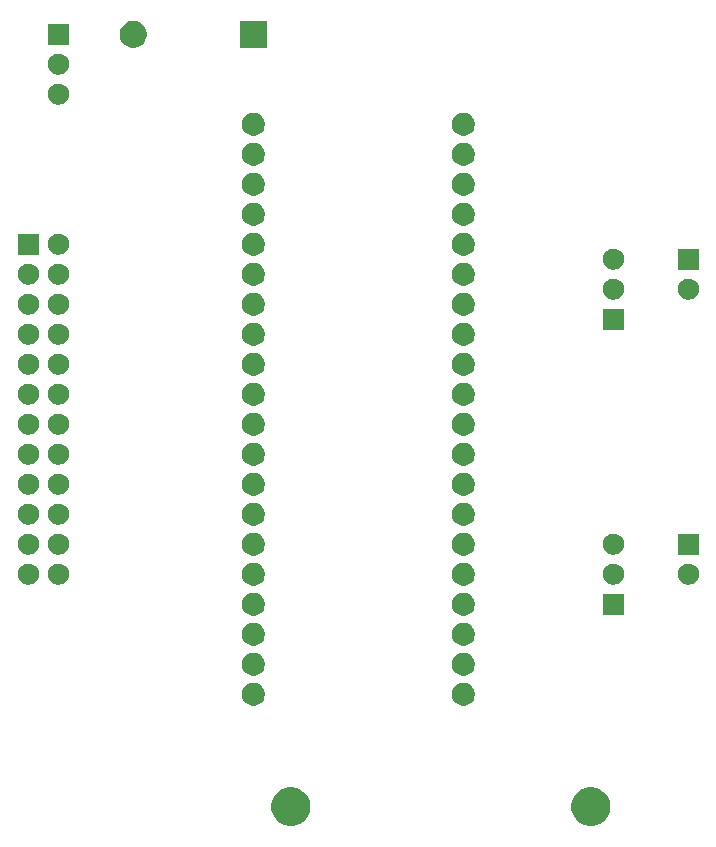
<source format=gbr>
%TF.GenerationSoftware,KiCad,Pcbnew,(5.1.6-0-10_14)*%
%TF.CreationDate,2022-08-31T19:30:09-05:00*%
%TF.ProjectId,pico_controller1,7069636f-5f63-46f6-9e74-726f6c6c6572,V01*%
%TF.SameCoordinates,Original*%
%TF.FileFunction,Soldermask,Bot*%
%TF.FilePolarity,Negative*%
%FSLAX46Y46*%
G04 Gerber Fmt 4.6, Leading zero omitted, Abs format (unit mm)*
G04 Created by KiCad (PCBNEW (5.1.6-0-10_14)) date 2022-08-31 19:30:09*
%MOMM*%
%LPD*%
G01*
G04 APERTURE LIST*
%ADD10C,0.100000*%
G04 APERTURE END LIST*
D10*
G36*
X195426521Y-128587639D02*
G01*
X195726947Y-128712080D01*
X195997324Y-128892740D01*
X196227260Y-129122676D01*
X196407920Y-129393053D01*
X196532361Y-129693479D01*
X196595800Y-130012410D01*
X196595800Y-130337590D01*
X196532361Y-130656521D01*
X196407920Y-130956947D01*
X196227260Y-131227324D01*
X195997324Y-131457260D01*
X195726947Y-131637920D01*
X195426521Y-131762361D01*
X195107590Y-131825800D01*
X194782410Y-131825800D01*
X194463479Y-131762361D01*
X194163053Y-131637920D01*
X193892676Y-131457260D01*
X193662740Y-131227324D01*
X193482080Y-130956947D01*
X193357639Y-130656521D01*
X193294200Y-130337590D01*
X193294200Y-130012410D01*
X193357639Y-129693479D01*
X193482080Y-129393053D01*
X193662740Y-129122676D01*
X193892676Y-128892740D01*
X194163053Y-128712080D01*
X194463479Y-128587639D01*
X194782410Y-128524200D01*
X195107590Y-128524200D01*
X195426521Y-128587639D01*
G37*
G36*
X170026521Y-128587639D02*
G01*
X170326947Y-128712080D01*
X170597324Y-128892740D01*
X170827260Y-129122676D01*
X171007920Y-129393053D01*
X171132361Y-129693479D01*
X171195800Y-130012410D01*
X171195800Y-130337590D01*
X171132361Y-130656521D01*
X171007920Y-130956947D01*
X170827260Y-131227324D01*
X170597324Y-131457260D01*
X170326947Y-131637920D01*
X170026521Y-131762361D01*
X169707590Y-131825800D01*
X169382410Y-131825800D01*
X169063479Y-131762361D01*
X168763053Y-131637920D01*
X168492676Y-131457260D01*
X168262740Y-131227324D01*
X168082080Y-130956947D01*
X167957639Y-130656521D01*
X167894200Y-130337590D01*
X167894200Y-130012410D01*
X167957639Y-129693479D01*
X168082080Y-129393053D01*
X168262740Y-129122676D01*
X168492676Y-128892740D01*
X168763053Y-128712080D01*
X169063479Y-128587639D01*
X169382410Y-128524200D01*
X169707590Y-128524200D01*
X170026521Y-128587639D01*
G37*
G36*
X184434631Y-119711700D02*
G01*
X184612215Y-119785257D01*
X184772038Y-119892048D01*
X184907952Y-120027962D01*
X185014743Y-120187785D01*
X185088300Y-120365369D01*
X185125800Y-120553892D01*
X185125800Y-120746108D01*
X185088300Y-120934631D01*
X185014743Y-121112215D01*
X184907952Y-121272038D01*
X184772038Y-121407952D01*
X184612215Y-121514743D01*
X184434631Y-121588300D01*
X184246108Y-121625800D01*
X184053892Y-121625800D01*
X183865369Y-121588300D01*
X183687785Y-121514743D01*
X183527962Y-121407952D01*
X183392048Y-121272038D01*
X183285257Y-121112215D01*
X183211700Y-120934631D01*
X183174200Y-120746108D01*
X183174200Y-120553892D01*
X183211700Y-120365369D01*
X183285257Y-120187785D01*
X183392048Y-120027962D01*
X183527962Y-119892048D01*
X183687785Y-119785257D01*
X183865369Y-119711700D01*
X184053892Y-119674200D01*
X184246108Y-119674200D01*
X184434631Y-119711700D01*
G37*
G36*
X166654631Y-119711700D02*
G01*
X166832215Y-119785257D01*
X166992038Y-119892048D01*
X167127952Y-120027962D01*
X167234743Y-120187785D01*
X167308300Y-120365369D01*
X167345800Y-120553892D01*
X167345800Y-120746108D01*
X167308300Y-120934631D01*
X167234743Y-121112215D01*
X167127952Y-121272038D01*
X166992038Y-121407952D01*
X166832215Y-121514743D01*
X166654631Y-121588300D01*
X166466108Y-121625800D01*
X166273892Y-121625800D01*
X166085369Y-121588300D01*
X165907785Y-121514743D01*
X165747962Y-121407952D01*
X165612048Y-121272038D01*
X165505257Y-121112215D01*
X165431700Y-120934631D01*
X165394200Y-120746108D01*
X165394200Y-120553892D01*
X165431700Y-120365369D01*
X165505257Y-120187785D01*
X165612048Y-120027962D01*
X165747962Y-119892048D01*
X165907785Y-119785257D01*
X166085369Y-119711700D01*
X166273892Y-119674200D01*
X166466108Y-119674200D01*
X166654631Y-119711700D01*
G37*
G36*
X184434631Y-117171700D02*
G01*
X184612215Y-117245257D01*
X184772038Y-117352048D01*
X184907952Y-117487962D01*
X185014743Y-117647785D01*
X185088300Y-117825369D01*
X185125800Y-118013892D01*
X185125800Y-118206108D01*
X185088300Y-118394631D01*
X185014743Y-118572215D01*
X184907952Y-118732038D01*
X184772038Y-118867952D01*
X184612215Y-118974743D01*
X184434631Y-119048300D01*
X184246108Y-119085800D01*
X184053892Y-119085800D01*
X183865369Y-119048300D01*
X183687785Y-118974743D01*
X183527962Y-118867952D01*
X183392048Y-118732038D01*
X183285257Y-118572215D01*
X183211700Y-118394631D01*
X183174200Y-118206108D01*
X183174200Y-118013892D01*
X183211700Y-117825369D01*
X183285257Y-117647785D01*
X183392048Y-117487962D01*
X183527962Y-117352048D01*
X183687785Y-117245257D01*
X183865369Y-117171700D01*
X184053892Y-117134200D01*
X184246108Y-117134200D01*
X184434631Y-117171700D01*
G37*
G36*
X166654631Y-117171700D02*
G01*
X166832215Y-117245257D01*
X166992038Y-117352048D01*
X167127952Y-117487962D01*
X167234743Y-117647785D01*
X167308300Y-117825369D01*
X167345800Y-118013892D01*
X167345800Y-118206108D01*
X167308300Y-118394631D01*
X167234743Y-118572215D01*
X167127952Y-118732038D01*
X166992038Y-118867952D01*
X166832215Y-118974743D01*
X166654631Y-119048300D01*
X166466108Y-119085800D01*
X166273892Y-119085800D01*
X166085369Y-119048300D01*
X165907785Y-118974743D01*
X165747962Y-118867952D01*
X165612048Y-118732038D01*
X165505257Y-118572215D01*
X165431700Y-118394631D01*
X165394200Y-118206108D01*
X165394200Y-118013892D01*
X165431700Y-117825369D01*
X165505257Y-117647785D01*
X165612048Y-117487962D01*
X165747962Y-117352048D01*
X165907785Y-117245257D01*
X166085369Y-117171700D01*
X166273892Y-117134200D01*
X166466108Y-117134200D01*
X166654631Y-117171700D01*
G37*
G36*
X184434631Y-114631700D02*
G01*
X184612215Y-114705257D01*
X184772038Y-114812048D01*
X184907952Y-114947962D01*
X185014743Y-115107785D01*
X185088300Y-115285369D01*
X185125800Y-115473892D01*
X185125800Y-115666108D01*
X185088300Y-115854631D01*
X185014743Y-116032215D01*
X184907952Y-116192038D01*
X184772038Y-116327952D01*
X184612215Y-116434743D01*
X184434631Y-116508300D01*
X184246108Y-116545800D01*
X184053892Y-116545800D01*
X183865369Y-116508300D01*
X183687785Y-116434743D01*
X183527962Y-116327952D01*
X183392048Y-116192038D01*
X183285257Y-116032215D01*
X183211700Y-115854631D01*
X183174200Y-115666108D01*
X183174200Y-115473892D01*
X183211700Y-115285369D01*
X183285257Y-115107785D01*
X183392048Y-114947962D01*
X183527962Y-114812048D01*
X183687785Y-114705257D01*
X183865369Y-114631700D01*
X184053892Y-114594200D01*
X184246108Y-114594200D01*
X184434631Y-114631700D01*
G37*
G36*
X166654631Y-114631700D02*
G01*
X166832215Y-114705257D01*
X166992038Y-114812048D01*
X167127952Y-114947962D01*
X167234743Y-115107785D01*
X167308300Y-115285369D01*
X167345800Y-115473892D01*
X167345800Y-115666108D01*
X167308300Y-115854631D01*
X167234743Y-116032215D01*
X167127952Y-116192038D01*
X166992038Y-116327952D01*
X166832215Y-116434743D01*
X166654631Y-116508300D01*
X166466108Y-116545800D01*
X166273892Y-116545800D01*
X166085369Y-116508300D01*
X165907785Y-116434743D01*
X165747962Y-116327952D01*
X165612048Y-116192038D01*
X165505257Y-116032215D01*
X165431700Y-115854631D01*
X165394200Y-115666108D01*
X165394200Y-115473892D01*
X165431700Y-115285369D01*
X165505257Y-115107785D01*
X165612048Y-114947962D01*
X165747962Y-114812048D01*
X165907785Y-114705257D01*
X166085369Y-114631700D01*
X166273892Y-114594200D01*
X166466108Y-114594200D01*
X166654631Y-114631700D01*
G37*
G36*
X184434631Y-112091700D02*
G01*
X184612215Y-112165257D01*
X184772038Y-112272048D01*
X184907952Y-112407962D01*
X185014743Y-112567785D01*
X185088300Y-112745369D01*
X185125800Y-112933892D01*
X185125800Y-113126108D01*
X185088300Y-113314631D01*
X185014743Y-113492215D01*
X184907952Y-113652038D01*
X184772038Y-113787952D01*
X184612215Y-113894743D01*
X184434631Y-113968300D01*
X184246108Y-114005800D01*
X184053892Y-114005800D01*
X183865369Y-113968300D01*
X183687785Y-113894743D01*
X183527962Y-113787952D01*
X183392048Y-113652038D01*
X183285257Y-113492215D01*
X183211700Y-113314631D01*
X183174200Y-113126108D01*
X183174200Y-112933892D01*
X183211700Y-112745369D01*
X183285257Y-112567785D01*
X183392048Y-112407962D01*
X183527962Y-112272048D01*
X183687785Y-112165257D01*
X183865369Y-112091700D01*
X184053892Y-112054200D01*
X184246108Y-112054200D01*
X184434631Y-112091700D01*
G37*
G36*
X166654631Y-112091700D02*
G01*
X166832215Y-112165257D01*
X166992038Y-112272048D01*
X167127952Y-112407962D01*
X167234743Y-112567785D01*
X167308300Y-112745369D01*
X167345800Y-112933892D01*
X167345800Y-113126108D01*
X167308300Y-113314631D01*
X167234743Y-113492215D01*
X167127952Y-113652038D01*
X166992038Y-113787952D01*
X166832215Y-113894743D01*
X166654631Y-113968300D01*
X166466108Y-114005800D01*
X166273892Y-114005800D01*
X166085369Y-113968300D01*
X165907785Y-113894743D01*
X165747962Y-113787952D01*
X165612048Y-113652038D01*
X165505257Y-113492215D01*
X165431700Y-113314631D01*
X165394200Y-113126108D01*
X165394200Y-112933892D01*
X165431700Y-112745369D01*
X165505257Y-112567785D01*
X165612048Y-112407962D01*
X165747962Y-112272048D01*
X165907785Y-112165257D01*
X166085369Y-112091700D01*
X166273892Y-112054200D01*
X166466108Y-112054200D01*
X166654631Y-112091700D01*
G37*
G36*
X197750800Y-113930800D02*
G01*
X195949200Y-113930800D01*
X195949200Y-112129200D01*
X197750800Y-112129200D01*
X197750800Y-113930800D01*
G37*
G36*
X184434631Y-109551700D02*
G01*
X184612215Y-109625257D01*
X184772038Y-109732048D01*
X184907952Y-109867962D01*
X185014743Y-110027785D01*
X185088300Y-110205369D01*
X185125800Y-110393892D01*
X185125800Y-110586108D01*
X185088300Y-110774631D01*
X185014743Y-110952215D01*
X184907952Y-111112038D01*
X184772038Y-111247952D01*
X184612215Y-111354743D01*
X184434631Y-111428300D01*
X184246108Y-111465800D01*
X184053892Y-111465800D01*
X183865369Y-111428300D01*
X183687785Y-111354743D01*
X183527962Y-111247952D01*
X183392048Y-111112038D01*
X183285257Y-110952215D01*
X183211700Y-110774631D01*
X183174200Y-110586108D01*
X183174200Y-110393892D01*
X183211700Y-110205369D01*
X183285257Y-110027785D01*
X183392048Y-109867962D01*
X183527962Y-109732048D01*
X183687785Y-109625257D01*
X183865369Y-109551700D01*
X184053892Y-109514200D01*
X184246108Y-109514200D01*
X184434631Y-109551700D01*
G37*
G36*
X166654631Y-109551700D02*
G01*
X166832215Y-109625257D01*
X166992038Y-109732048D01*
X167127952Y-109867962D01*
X167234743Y-110027785D01*
X167308300Y-110205369D01*
X167345800Y-110393892D01*
X167345800Y-110586108D01*
X167308300Y-110774631D01*
X167234743Y-110952215D01*
X167127952Y-111112038D01*
X166992038Y-111247952D01*
X166832215Y-111354743D01*
X166654631Y-111428300D01*
X166466108Y-111465800D01*
X166273892Y-111465800D01*
X166085369Y-111428300D01*
X165907785Y-111354743D01*
X165747962Y-111247952D01*
X165612048Y-111112038D01*
X165505257Y-110952215D01*
X165431700Y-110774631D01*
X165394200Y-110586108D01*
X165394200Y-110393892D01*
X165431700Y-110205369D01*
X165505257Y-110027785D01*
X165612048Y-109867962D01*
X165747962Y-109732048D01*
X165907785Y-109625257D01*
X166085369Y-109551700D01*
X166273892Y-109514200D01*
X166466108Y-109514200D01*
X166654631Y-109551700D01*
G37*
G36*
X203462754Y-109623817D02*
G01*
X203626689Y-109691721D01*
X203774227Y-109790303D01*
X203899697Y-109915773D01*
X203998279Y-110063311D01*
X204066183Y-110227246D01*
X204100800Y-110401279D01*
X204100800Y-110578721D01*
X204066183Y-110752754D01*
X203998279Y-110916689D01*
X203899697Y-111064227D01*
X203774227Y-111189697D01*
X203626689Y-111288279D01*
X203462754Y-111356183D01*
X203288721Y-111390800D01*
X203111279Y-111390800D01*
X202937246Y-111356183D01*
X202773311Y-111288279D01*
X202625773Y-111189697D01*
X202500303Y-111064227D01*
X202401721Y-110916689D01*
X202333817Y-110752754D01*
X202299200Y-110578721D01*
X202299200Y-110401279D01*
X202333817Y-110227246D01*
X202401721Y-110063311D01*
X202500303Y-109915773D01*
X202625773Y-109790303D01*
X202773311Y-109691721D01*
X202937246Y-109623817D01*
X203111279Y-109589200D01*
X203288721Y-109589200D01*
X203462754Y-109623817D01*
G37*
G36*
X197112754Y-109623817D02*
G01*
X197276689Y-109691721D01*
X197424227Y-109790303D01*
X197549697Y-109915773D01*
X197648279Y-110063311D01*
X197716183Y-110227246D01*
X197750800Y-110401279D01*
X197750800Y-110578721D01*
X197716183Y-110752754D01*
X197648279Y-110916689D01*
X197549697Y-111064227D01*
X197424227Y-111189697D01*
X197276689Y-111288279D01*
X197112754Y-111356183D01*
X196938721Y-111390800D01*
X196761279Y-111390800D01*
X196587246Y-111356183D01*
X196423311Y-111288279D01*
X196275773Y-111189697D01*
X196150303Y-111064227D01*
X196051721Y-110916689D01*
X195983817Y-110752754D01*
X195949200Y-110578721D01*
X195949200Y-110401279D01*
X195983817Y-110227246D01*
X196051721Y-110063311D01*
X196150303Y-109915773D01*
X196275773Y-109790303D01*
X196423311Y-109691721D01*
X196587246Y-109623817D01*
X196761279Y-109589200D01*
X196938721Y-109589200D01*
X197112754Y-109623817D01*
G37*
G36*
X150122754Y-109623817D02*
G01*
X150286689Y-109691721D01*
X150434227Y-109790303D01*
X150559697Y-109915773D01*
X150658279Y-110063311D01*
X150726183Y-110227246D01*
X150760800Y-110401279D01*
X150760800Y-110578721D01*
X150726183Y-110752754D01*
X150658279Y-110916689D01*
X150559697Y-111064227D01*
X150434227Y-111189697D01*
X150286689Y-111288279D01*
X150122754Y-111356183D01*
X149948721Y-111390800D01*
X149771279Y-111390800D01*
X149597246Y-111356183D01*
X149433311Y-111288279D01*
X149285773Y-111189697D01*
X149160303Y-111064227D01*
X149061721Y-110916689D01*
X148993817Y-110752754D01*
X148959200Y-110578721D01*
X148959200Y-110401279D01*
X148993817Y-110227246D01*
X149061721Y-110063311D01*
X149160303Y-109915773D01*
X149285773Y-109790303D01*
X149433311Y-109691721D01*
X149597246Y-109623817D01*
X149771279Y-109589200D01*
X149948721Y-109589200D01*
X150122754Y-109623817D01*
G37*
G36*
X147582754Y-109623817D02*
G01*
X147746689Y-109691721D01*
X147894227Y-109790303D01*
X148019697Y-109915773D01*
X148118279Y-110063311D01*
X148186183Y-110227246D01*
X148220800Y-110401279D01*
X148220800Y-110578721D01*
X148186183Y-110752754D01*
X148118279Y-110916689D01*
X148019697Y-111064227D01*
X147894227Y-111189697D01*
X147746689Y-111288279D01*
X147582754Y-111356183D01*
X147408721Y-111390800D01*
X147231279Y-111390800D01*
X147057246Y-111356183D01*
X146893311Y-111288279D01*
X146745773Y-111189697D01*
X146620303Y-111064227D01*
X146521721Y-110916689D01*
X146453817Y-110752754D01*
X146419200Y-110578721D01*
X146419200Y-110401279D01*
X146453817Y-110227246D01*
X146521721Y-110063311D01*
X146620303Y-109915773D01*
X146745773Y-109790303D01*
X146893311Y-109691721D01*
X147057246Y-109623817D01*
X147231279Y-109589200D01*
X147408721Y-109589200D01*
X147582754Y-109623817D01*
G37*
G36*
X184434631Y-107011700D02*
G01*
X184612215Y-107085257D01*
X184772038Y-107192048D01*
X184907952Y-107327962D01*
X185014743Y-107487785D01*
X185088300Y-107665369D01*
X185125800Y-107853892D01*
X185125800Y-108046108D01*
X185088300Y-108234631D01*
X185014743Y-108412215D01*
X184907952Y-108572038D01*
X184772038Y-108707952D01*
X184612215Y-108814743D01*
X184434631Y-108888300D01*
X184246108Y-108925800D01*
X184053892Y-108925800D01*
X183865369Y-108888300D01*
X183687785Y-108814743D01*
X183527962Y-108707952D01*
X183392048Y-108572038D01*
X183285257Y-108412215D01*
X183211700Y-108234631D01*
X183174200Y-108046108D01*
X183174200Y-107853892D01*
X183211700Y-107665369D01*
X183285257Y-107487785D01*
X183392048Y-107327962D01*
X183527962Y-107192048D01*
X183687785Y-107085257D01*
X183865369Y-107011700D01*
X184053892Y-106974200D01*
X184246108Y-106974200D01*
X184434631Y-107011700D01*
G37*
G36*
X166654631Y-107011700D02*
G01*
X166832215Y-107085257D01*
X166992038Y-107192048D01*
X167127952Y-107327962D01*
X167234743Y-107487785D01*
X167308300Y-107665369D01*
X167345800Y-107853892D01*
X167345800Y-108046108D01*
X167308300Y-108234631D01*
X167234743Y-108412215D01*
X167127952Y-108572038D01*
X166992038Y-108707952D01*
X166832215Y-108814743D01*
X166654631Y-108888300D01*
X166466108Y-108925800D01*
X166273892Y-108925800D01*
X166085369Y-108888300D01*
X165907785Y-108814743D01*
X165747962Y-108707952D01*
X165612048Y-108572038D01*
X165505257Y-108412215D01*
X165431700Y-108234631D01*
X165394200Y-108046108D01*
X165394200Y-107853892D01*
X165431700Y-107665369D01*
X165505257Y-107487785D01*
X165612048Y-107327962D01*
X165747962Y-107192048D01*
X165907785Y-107085257D01*
X166085369Y-107011700D01*
X166273892Y-106974200D01*
X166466108Y-106974200D01*
X166654631Y-107011700D01*
G37*
G36*
X147582754Y-107083817D02*
G01*
X147746689Y-107151721D01*
X147894227Y-107250303D01*
X148019697Y-107375773D01*
X148118279Y-107523311D01*
X148186183Y-107687246D01*
X148220800Y-107861279D01*
X148220800Y-108038721D01*
X148186183Y-108212754D01*
X148118279Y-108376689D01*
X148019697Y-108524227D01*
X147894227Y-108649697D01*
X147746689Y-108748279D01*
X147582754Y-108816183D01*
X147408721Y-108850800D01*
X147231279Y-108850800D01*
X147057246Y-108816183D01*
X146893311Y-108748279D01*
X146745773Y-108649697D01*
X146620303Y-108524227D01*
X146521721Y-108376689D01*
X146453817Y-108212754D01*
X146419200Y-108038721D01*
X146419200Y-107861279D01*
X146453817Y-107687246D01*
X146521721Y-107523311D01*
X146620303Y-107375773D01*
X146745773Y-107250303D01*
X146893311Y-107151721D01*
X147057246Y-107083817D01*
X147231279Y-107049200D01*
X147408721Y-107049200D01*
X147582754Y-107083817D01*
G37*
G36*
X150122754Y-107083817D02*
G01*
X150286689Y-107151721D01*
X150434227Y-107250303D01*
X150559697Y-107375773D01*
X150658279Y-107523311D01*
X150726183Y-107687246D01*
X150760800Y-107861279D01*
X150760800Y-108038721D01*
X150726183Y-108212754D01*
X150658279Y-108376689D01*
X150559697Y-108524227D01*
X150434227Y-108649697D01*
X150286689Y-108748279D01*
X150122754Y-108816183D01*
X149948721Y-108850800D01*
X149771279Y-108850800D01*
X149597246Y-108816183D01*
X149433311Y-108748279D01*
X149285773Y-108649697D01*
X149160303Y-108524227D01*
X149061721Y-108376689D01*
X148993817Y-108212754D01*
X148959200Y-108038721D01*
X148959200Y-107861279D01*
X148993817Y-107687246D01*
X149061721Y-107523311D01*
X149160303Y-107375773D01*
X149285773Y-107250303D01*
X149433311Y-107151721D01*
X149597246Y-107083817D01*
X149771279Y-107049200D01*
X149948721Y-107049200D01*
X150122754Y-107083817D01*
G37*
G36*
X197112754Y-107083817D02*
G01*
X197276689Y-107151721D01*
X197424227Y-107250303D01*
X197549697Y-107375773D01*
X197648279Y-107523311D01*
X197716183Y-107687246D01*
X197750800Y-107861279D01*
X197750800Y-108038721D01*
X197716183Y-108212754D01*
X197648279Y-108376689D01*
X197549697Y-108524227D01*
X197424227Y-108649697D01*
X197276689Y-108748279D01*
X197112754Y-108816183D01*
X196938721Y-108850800D01*
X196761279Y-108850800D01*
X196587246Y-108816183D01*
X196423311Y-108748279D01*
X196275773Y-108649697D01*
X196150303Y-108524227D01*
X196051721Y-108376689D01*
X195983817Y-108212754D01*
X195949200Y-108038721D01*
X195949200Y-107861279D01*
X195983817Y-107687246D01*
X196051721Y-107523311D01*
X196150303Y-107375773D01*
X196275773Y-107250303D01*
X196423311Y-107151721D01*
X196587246Y-107083817D01*
X196761279Y-107049200D01*
X196938721Y-107049200D01*
X197112754Y-107083817D01*
G37*
G36*
X204100800Y-108850800D02*
G01*
X202299200Y-108850800D01*
X202299200Y-107049200D01*
X204100800Y-107049200D01*
X204100800Y-108850800D01*
G37*
G36*
X166654631Y-104471700D02*
G01*
X166832215Y-104545257D01*
X166992038Y-104652048D01*
X167127952Y-104787962D01*
X167234743Y-104947785D01*
X167308300Y-105125369D01*
X167345800Y-105313892D01*
X167345800Y-105506108D01*
X167308300Y-105694631D01*
X167234743Y-105872215D01*
X167127952Y-106032038D01*
X166992038Y-106167952D01*
X166832215Y-106274743D01*
X166654631Y-106348300D01*
X166466108Y-106385800D01*
X166273892Y-106385800D01*
X166085369Y-106348300D01*
X165907785Y-106274743D01*
X165747962Y-106167952D01*
X165612048Y-106032038D01*
X165505257Y-105872215D01*
X165431700Y-105694631D01*
X165394200Y-105506108D01*
X165394200Y-105313892D01*
X165431700Y-105125369D01*
X165505257Y-104947785D01*
X165612048Y-104787962D01*
X165747962Y-104652048D01*
X165907785Y-104545257D01*
X166085369Y-104471700D01*
X166273892Y-104434200D01*
X166466108Y-104434200D01*
X166654631Y-104471700D01*
G37*
G36*
X184434631Y-104471700D02*
G01*
X184612215Y-104545257D01*
X184772038Y-104652048D01*
X184907952Y-104787962D01*
X185014743Y-104947785D01*
X185088300Y-105125369D01*
X185125800Y-105313892D01*
X185125800Y-105506108D01*
X185088300Y-105694631D01*
X185014743Y-105872215D01*
X184907952Y-106032038D01*
X184772038Y-106167952D01*
X184612215Y-106274743D01*
X184434631Y-106348300D01*
X184246108Y-106385800D01*
X184053892Y-106385800D01*
X183865369Y-106348300D01*
X183687785Y-106274743D01*
X183527962Y-106167952D01*
X183392048Y-106032038D01*
X183285257Y-105872215D01*
X183211700Y-105694631D01*
X183174200Y-105506108D01*
X183174200Y-105313892D01*
X183211700Y-105125369D01*
X183285257Y-104947785D01*
X183392048Y-104787962D01*
X183527962Y-104652048D01*
X183687785Y-104545257D01*
X183865369Y-104471700D01*
X184053892Y-104434200D01*
X184246108Y-104434200D01*
X184434631Y-104471700D01*
G37*
G36*
X150122754Y-104543817D02*
G01*
X150286689Y-104611721D01*
X150434227Y-104710303D01*
X150559697Y-104835773D01*
X150658279Y-104983311D01*
X150726183Y-105147246D01*
X150760800Y-105321279D01*
X150760800Y-105498721D01*
X150726183Y-105672754D01*
X150658279Y-105836689D01*
X150559697Y-105984227D01*
X150434227Y-106109697D01*
X150286689Y-106208279D01*
X150122754Y-106276183D01*
X149948721Y-106310800D01*
X149771279Y-106310800D01*
X149597246Y-106276183D01*
X149433311Y-106208279D01*
X149285773Y-106109697D01*
X149160303Y-105984227D01*
X149061721Y-105836689D01*
X148993817Y-105672754D01*
X148959200Y-105498721D01*
X148959200Y-105321279D01*
X148993817Y-105147246D01*
X149061721Y-104983311D01*
X149160303Y-104835773D01*
X149285773Y-104710303D01*
X149433311Y-104611721D01*
X149597246Y-104543817D01*
X149771279Y-104509200D01*
X149948721Y-104509200D01*
X150122754Y-104543817D01*
G37*
G36*
X147582754Y-104543817D02*
G01*
X147746689Y-104611721D01*
X147894227Y-104710303D01*
X148019697Y-104835773D01*
X148118279Y-104983311D01*
X148186183Y-105147246D01*
X148220800Y-105321279D01*
X148220800Y-105498721D01*
X148186183Y-105672754D01*
X148118279Y-105836689D01*
X148019697Y-105984227D01*
X147894227Y-106109697D01*
X147746689Y-106208279D01*
X147582754Y-106276183D01*
X147408721Y-106310800D01*
X147231279Y-106310800D01*
X147057246Y-106276183D01*
X146893311Y-106208279D01*
X146745773Y-106109697D01*
X146620303Y-105984227D01*
X146521721Y-105836689D01*
X146453817Y-105672754D01*
X146419200Y-105498721D01*
X146419200Y-105321279D01*
X146453817Y-105147246D01*
X146521721Y-104983311D01*
X146620303Y-104835773D01*
X146745773Y-104710303D01*
X146893311Y-104611721D01*
X147057246Y-104543817D01*
X147231279Y-104509200D01*
X147408721Y-104509200D01*
X147582754Y-104543817D01*
G37*
G36*
X166654631Y-101931700D02*
G01*
X166832215Y-102005257D01*
X166992038Y-102112048D01*
X167127952Y-102247962D01*
X167234743Y-102407785D01*
X167308300Y-102585369D01*
X167345800Y-102773892D01*
X167345800Y-102966108D01*
X167308300Y-103154631D01*
X167234743Y-103332215D01*
X167127952Y-103492038D01*
X166992038Y-103627952D01*
X166832215Y-103734743D01*
X166654631Y-103808300D01*
X166466108Y-103845800D01*
X166273892Y-103845800D01*
X166085369Y-103808300D01*
X165907785Y-103734743D01*
X165747962Y-103627952D01*
X165612048Y-103492038D01*
X165505257Y-103332215D01*
X165431700Y-103154631D01*
X165394200Y-102966108D01*
X165394200Y-102773892D01*
X165431700Y-102585369D01*
X165505257Y-102407785D01*
X165612048Y-102247962D01*
X165747962Y-102112048D01*
X165907785Y-102005257D01*
X166085369Y-101931700D01*
X166273892Y-101894200D01*
X166466108Y-101894200D01*
X166654631Y-101931700D01*
G37*
G36*
X184434631Y-101931700D02*
G01*
X184612215Y-102005257D01*
X184772038Y-102112048D01*
X184907952Y-102247962D01*
X185014743Y-102407785D01*
X185088300Y-102585369D01*
X185125800Y-102773892D01*
X185125800Y-102966108D01*
X185088300Y-103154631D01*
X185014743Y-103332215D01*
X184907952Y-103492038D01*
X184772038Y-103627952D01*
X184612215Y-103734743D01*
X184434631Y-103808300D01*
X184246108Y-103845800D01*
X184053892Y-103845800D01*
X183865369Y-103808300D01*
X183687785Y-103734743D01*
X183527962Y-103627952D01*
X183392048Y-103492038D01*
X183285257Y-103332215D01*
X183211700Y-103154631D01*
X183174200Y-102966108D01*
X183174200Y-102773892D01*
X183211700Y-102585369D01*
X183285257Y-102407785D01*
X183392048Y-102247962D01*
X183527962Y-102112048D01*
X183687785Y-102005257D01*
X183865369Y-101931700D01*
X184053892Y-101894200D01*
X184246108Y-101894200D01*
X184434631Y-101931700D01*
G37*
G36*
X147582754Y-102003817D02*
G01*
X147746689Y-102071721D01*
X147894227Y-102170303D01*
X148019697Y-102295773D01*
X148118279Y-102443311D01*
X148186183Y-102607246D01*
X148220800Y-102781279D01*
X148220800Y-102958721D01*
X148186183Y-103132754D01*
X148118279Y-103296689D01*
X148019697Y-103444227D01*
X147894227Y-103569697D01*
X147746689Y-103668279D01*
X147582754Y-103736183D01*
X147408721Y-103770800D01*
X147231279Y-103770800D01*
X147057246Y-103736183D01*
X146893311Y-103668279D01*
X146745773Y-103569697D01*
X146620303Y-103444227D01*
X146521721Y-103296689D01*
X146453817Y-103132754D01*
X146419200Y-102958721D01*
X146419200Y-102781279D01*
X146453817Y-102607246D01*
X146521721Y-102443311D01*
X146620303Y-102295773D01*
X146745773Y-102170303D01*
X146893311Y-102071721D01*
X147057246Y-102003817D01*
X147231279Y-101969200D01*
X147408721Y-101969200D01*
X147582754Y-102003817D01*
G37*
G36*
X150122754Y-102003817D02*
G01*
X150286689Y-102071721D01*
X150434227Y-102170303D01*
X150559697Y-102295773D01*
X150658279Y-102443311D01*
X150726183Y-102607246D01*
X150760800Y-102781279D01*
X150760800Y-102958721D01*
X150726183Y-103132754D01*
X150658279Y-103296689D01*
X150559697Y-103444227D01*
X150434227Y-103569697D01*
X150286689Y-103668279D01*
X150122754Y-103736183D01*
X149948721Y-103770800D01*
X149771279Y-103770800D01*
X149597246Y-103736183D01*
X149433311Y-103668279D01*
X149285773Y-103569697D01*
X149160303Y-103444227D01*
X149061721Y-103296689D01*
X148993817Y-103132754D01*
X148959200Y-102958721D01*
X148959200Y-102781279D01*
X148993817Y-102607246D01*
X149061721Y-102443311D01*
X149160303Y-102295773D01*
X149285773Y-102170303D01*
X149433311Y-102071721D01*
X149597246Y-102003817D01*
X149771279Y-101969200D01*
X149948721Y-101969200D01*
X150122754Y-102003817D01*
G37*
G36*
X184434631Y-99391700D02*
G01*
X184612215Y-99465257D01*
X184772038Y-99572048D01*
X184907952Y-99707962D01*
X185014743Y-99867785D01*
X185088300Y-100045369D01*
X185125800Y-100233892D01*
X185125800Y-100426108D01*
X185088300Y-100614631D01*
X185014743Y-100792215D01*
X184907952Y-100952038D01*
X184772038Y-101087952D01*
X184612215Y-101194743D01*
X184434631Y-101268300D01*
X184246108Y-101305800D01*
X184053892Y-101305800D01*
X183865369Y-101268300D01*
X183687785Y-101194743D01*
X183527962Y-101087952D01*
X183392048Y-100952038D01*
X183285257Y-100792215D01*
X183211700Y-100614631D01*
X183174200Y-100426108D01*
X183174200Y-100233892D01*
X183211700Y-100045369D01*
X183285257Y-99867785D01*
X183392048Y-99707962D01*
X183527962Y-99572048D01*
X183687785Y-99465257D01*
X183865369Y-99391700D01*
X184053892Y-99354200D01*
X184246108Y-99354200D01*
X184434631Y-99391700D01*
G37*
G36*
X166654631Y-99391700D02*
G01*
X166832215Y-99465257D01*
X166992038Y-99572048D01*
X167127952Y-99707962D01*
X167234743Y-99867785D01*
X167308300Y-100045369D01*
X167345800Y-100233892D01*
X167345800Y-100426108D01*
X167308300Y-100614631D01*
X167234743Y-100792215D01*
X167127952Y-100952038D01*
X166992038Y-101087952D01*
X166832215Y-101194743D01*
X166654631Y-101268300D01*
X166466108Y-101305800D01*
X166273892Y-101305800D01*
X166085369Y-101268300D01*
X165907785Y-101194743D01*
X165747962Y-101087952D01*
X165612048Y-100952038D01*
X165505257Y-100792215D01*
X165431700Y-100614631D01*
X165394200Y-100426108D01*
X165394200Y-100233892D01*
X165431700Y-100045369D01*
X165505257Y-99867785D01*
X165612048Y-99707962D01*
X165747962Y-99572048D01*
X165907785Y-99465257D01*
X166085369Y-99391700D01*
X166273892Y-99354200D01*
X166466108Y-99354200D01*
X166654631Y-99391700D01*
G37*
G36*
X150122754Y-99463817D02*
G01*
X150286689Y-99531721D01*
X150434227Y-99630303D01*
X150559697Y-99755773D01*
X150658279Y-99903311D01*
X150726183Y-100067246D01*
X150760800Y-100241279D01*
X150760800Y-100418721D01*
X150726183Y-100592754D01*
X150658279Y-100756689D01*
X150559697Y-100904227D01*
X150434227Y-101029697D01*
X150286689Y-101128279D01*
X150122754Y-101196183D01*
X149948721Y-101230800D01*
X149771279Y-101230800D01*
X149597246Y-101196183D01*
X149433311Y-101128279D01*
X149285773Y-101029697D01*
X149160303Y-100904227D01*
X149061721Y-100756689D01*
X148993817Y-100592754D01*
X148959200Y-100418721D01*
X148959200Y-100241279D01*
X148993817Y-100067246D01*
X149061721Y-99903311D01*
X149160303Y-99755773D01*
X149285773Y-99630303D01*
X149433311Y-99531721D01*
X149597246Y-99463817D01*
X149771279Y-99429200D01*
X149948721Y-99429200D01*
X150122754Y-99463817D01*
G37*
G36*
X147582754Y-99463817D02*
G01*
X147746689Y-99531721D01*
X147894227Y-99630303D01*
X148019697Y-99755773D01*
X148118279Y-99903311D01*
X148186183Y-100067246D01*
X148220800Y-100241279D01*
X148220800Y-100418721D01*
X148186183Y-100592754D01*
X148118279Y-100756689D01*
X148019697Y-100904227D01*
X147894227Y-101029697D01*
X147746689Y-101128279D01*
X147582754Y-101196183D01*
X147408721Y-101230800D01*
X147231279Y-101230800D01*
X147057246Y-101196183D01*
X146893311Y-101128279D01*
X146745773Y-101029697D01*
X146620303Y-100904227D01*
X146521721Y-100756689D01*
X146453817Y-100592754D01*
X146419200Y-100418721D01*
X146419200Y-100241279D01*
X146453817Y-100067246D01*
X146521721Y-99903311D01*
X146620303Y-99755773D01*
X146745773Y-99630303D01*
X146893311Y-99531721D01*
X147057246Y-99463817D01*
X147231279Y-99429200D01*
X147408721Y-99429200D01*
X147582754Y-99463817D01*
G37*
G36*
X184434631Y-96851700D02*
G01*
X184612215Y-96925257D01*
X184772038Y-97032048D01*
X184907952Y-97167962D01*
X185014743Y-97327785D01*
X185088300Y-97505369D01*
X185125800Y-97693892D01*
X185125800Y-97886108D01*
X185088300Y-98074631D01*
X185014743Y-98252215D01*
X184907952Y-98412038D01*
X184772038Y-98547952D01*
X184612215Y-98654743D01*
X184434631Y-98728300D01*
X184246108Y-98765800D01*
X184053892Y-98765800D01*
X183865369Y-98728300D01*
X183687785Y-98654743D01*
X183527962Y-98547952D01*
X183392048Y-98412038D01*
X183285257Y-98252215D01*
X183211700Y-98074631D01*
X183174200Y-97886108D01*
X183174200Y-97693892D01*
X183211700Y-97505369D01*
X183285257Y-97327785D01*
X183392048Y-97167962D01*
X183527962Y-97032048D01*
X183687785Y-96925257D01*
X183865369Y-96851700D01*
X184053892Y-96814200D01*
X184246108Y-96814200D01*
X184434631Y-96851700D01*
G37*
G36*
X166654631Y-96851700D02*
G01*
X166832215Y-96925257D01*
X166992038Y-97032048D01*
X167127952Y-97167962D01*
X167234743Y-97327785D01*
X167308300Y-97505369D01*
X167345800Y-97693892D01*
X167345800Y-97886108D01*
X167308300Y-98074631D01*
X167234743Y-98252215D01*
X167127952Y-98412038D01*
X166992038Y-98547952D01*
X166832215Y-98654743D01*
X166654631Y-98728300D01*
X166466108Y-98765800D01*
X166273892Y-98765800D01*
X166085369Y-98728300D01*
X165907785Y-98654743D01*
X165747962Y-98547952D01*
X165612048Y-98412038D01*
X165505257Y-98252215D01*
X165431700Y-98074631D01*
X165394200Y-97886108D01*
X165394200Y-97693892D01*
X165431700Y-97505369D01*
X165505257Y-97327785D01*
X165612048Y-97167962D01*
X165747962Y-97032048D01*
X165907785Y-96925257D01*
X166085369Y-96851700D01*
X166273892Y-96814200D01*
X166466108Y-96814200D01*
X166654631Y-96851700D01*
G37*
G36*
X147582754Y-96923817D02*
G01*
X147746689Y-96991721D01*
X147894227Y-97090303D01*
X148019697Y-97215773D01*
X148118279Y-97363311D01*
X148186183Y-97527246D01*
X148220800Y-97701279D01*
X148220800Y-97878721D01*
X148186183Y-98052754D01*
X148118279Y-98216689D01*
X148019697Y-98364227D01*
X147894227Y-98489697D01*
X147746689Y-98588279D01*
X147582754Y-98656183D01*
X147408721Y-98690800D01*
X147231279Y-98690800D01*
X147057246Y-98656183D01*
X146893311Y-98588279D01*
X146745773Y-98489697D01*
X146620303Y-98364227D01*
X146521721Y-98216689D01*
X146453817Y-98052754D01*
X146419200Y-97878721D01*
X146419200Y-97701279D01*
X146453817Y-97527246D01*
X146521721Y-97363311D01*
X146620303Y-97215773D01*
X146745773Y-97090303D01*
X146893311Y-96991721D01*
X147057246Y-96923817D01*
X147231279Y-96889200D01*
X147408721Y-96889200D01*
X147582754Y-96923817D01*
G37*
G36*
X150122754Y-96923817D02*
G01*
X150286689Y-96991721D01*
X150434227Y-97090303D01*
X150559697Y-97215773D01*
X150658279Y-97363311D01*
X150726183Y-97527246D01*
X150760800Y-97701279D01*
X150760800Y-97878721D01*
X150726183Y-98052754D01*
X150658279Y-98216689D01*
X150559697Y-98364227D01*
X150434227Y-98489697D01*
X150286689Y-98588279D01*
X150122754Y-98656183D01*
X149948721Y-98690800D01*
X149771279Y-98690800D01*
X149597246Y-98656183D01*
X149433311Y-98588279D01*
X149285773Y-98489697D01*
X149160303Y-98364227D01*
X149061721Y-98216689D01*
X148993817Y-98052754D01*
X148959200Y-97878721D01*
X148959200Y-97701279D01*
X148993817Y-97527246D01*
X149061721Y-97363311D01*
X149160303Y-97215773D01*
X149285773Y-97090303D01*
X149433311Y-96991721D01*
X149597246Y-96923817D01*
X149771279Y-96889200D01*
X149948721Y-96889200D01*
X150122754Y-96923817D01*
G37*
G36*
X166654631Y-94311700D02*
G01*
X166832215Y-94385257D01*
X166992038Y-94492048D01*
X167127952Y-94627962D01*
X167234743Y-94787785D01*
X167308300Y-94965369D01*
X167345800Y-95153892D01*
X167345800Y-95346108D01*
X167308300Y-95534631D01*
X167234743Y-95712215D01*
X167127952Y-95872038D01*
X166992038Y-96007952D01*
X166832215Y-96114743D01*
X166654631Y-96188300D01*
X166466108Y-96225800D01*
X166273892Y-96225800D01*
X166085369Y-96188300D01*
X165907785Y-96114743D01*
X165747962Y-96007952D01*
X165612048Y-95872038D01*
X165505257Y-95712215D01*
X165431700Y-95534631D01*
X165394200Y-95346108D01*
X165394200Y-95153892D01*
X165431700Y-94965369D01*
X165505257Y-94787785D01*
X165612048Y-94627962D01*
X165747962Y-94492048D01*
X165907785Y-94385257D01*
X166085369Y-94311700D01*
X166273892Y-94274200D01*
X166466108Y-94274200D01*
X166654631Y-94311700D01*
G37*
G36*
X184434631Y-94311700D02*
G01*
X184612215Y-94385257D01*
X184772038Y-94492048D01*
X184907952Y-94627962D01*
X185014743Y-94787785D01*
X185088300Y-94965369D01*
X185125800Y-95153892D01*
X185125800Y-95346108D01*
X185088300Y-95534631D01*
X185014743Y-95712215D01*
X184907952Y-95872038D01*
X184772038Y-96007952D01*
X184612215Y-96114743D01*
X184434631Y-96188300D01*
X184246108Y-96225800D01*
X184053892Y-96225800D01*
X183865369Y-96188300D01*
X183687785Y-96114743D01*
X183527962Y-96007952D01*
X183392048Y-95872038D01*
X183285257Y-95712215D01*
X183211700Y-95534631D01*
X183174200Y-95346108D01*
X183174200Y-95153892D01*
X183211700Y-94965369D01*
X183285257Y-94787785D01*
X183392048Y-94627962D01*
X183527962Y-94492048D01*
X183687785Y-94385257D01*
X183865369Y-94311700D01*
X184053892Y-94274200D01*
X184246108Y-94274200D01*
X184434631Y-94311700D01*
G37*
G36*
X147582754Y-94383817D02*
G01*
X147746689Y-94451721D01*
X147894227Y-94550303D01*
X148019697Y-94675773D01*
X148118279Y-94823311D01*
X148186183Y-94987246D01*
X148220800Y-95161279D01*
X148220800Y-95338721D01*
X148186183Y-95512754D01*
X148118279Y-95676689D01*
X148019697Y-95824227D01*
X147894227Y-95949697D01*
X147746689Y-96048279D01*
X147582754Y-96116183D01*
X147408721Y-96150800D01*
X147231279Y-96150800D01*
X147057246Y-96116183D01*
X146893311Y-96048279D01*
X146745773Y-95949697D01*
X146620303Y-95824227D01*
X146521721Y-95676689D01*
X146453817Y-95512754D01*
X146419200Y-95338721D01*
X146419200Y-95161279D01*
X146453817Y-94987246D01*
X146521721Y-94823311D01*
X146620303Y-94675773D01*
X146745773Y-94550303D01*
X146893311Y-94451721D01*
X147057246Y-94383817D01*
X147231279Y-94349200D01*
X147408721Y-94349200D01*
X147582754Y-94383817D01*
G37*
G36*
X150122754Y-94383817D02*
G01*
X150286689Y-94451721D01*
X150434227Y-94550303D01*
X150559697Y-94675773D01*
X150658279Y-94823311D01*
X150726183Y-94987246D01*
X150760800Y-95161279D01*
X150760800Y-95338721D01*
X150726183Y-95512754D01*
X150658279Y-95676689D01*
X150559697Y-95824227D01*
X150434227Y-95949697D01*
X150286689Y-96048279D01*
X150122754Y-96116183D01*
X149948721Y-96150800D01*
X149771279Y-96150800D01*
X149597246Y-96116183D01*
X149433311Y-96048279D01*
X149285773Y-95949697D01*
X149160303Y-95824227D01*
X149061721Y-95676689D01*
X148993817Y-95512754D01*
X148959200Y-95338721D01*
X148959200Y-95161279D01*
X148993817Y-94987246D01*
X149061721Y-94823311D01*
X149160303Y-94675773D01*
X149285773Y-94550303D01*
X149433311Y-94451721D01*
X149597246Y-94383817D01*
X149771279Y-94349200D01*
X149948721Y-94349200D01*
X150122754Y-94383817D01*
G37*
G36*
X184434631Y-91771700D02*
G01*
X184612215Y-91845257D01*
X184772038Y-91952048D01*
X184907952Y-92087962D01*
X185014743Y-92247785D01*
X185088300Y-92425369D01*
X185125800Y-92613892D01*
X185125800Y-92806108D01*
X185088300Y-92994631D01*
X185014743Y-93172215D01*
X184907952Y-93332038D01*
X184772038Y-93467952D01*
X184612215Y-93574743D01*
X184434631Y-93648300D01*
X184246108Y-93685800D01*
X184053892Y-93685800D01*
X183865369Y-93648300D01*
X183687785Y-93574743D01*
X183527962Y-93467952D01*
X183392048Y-93332038D01*
X183285257Y-93172215D01*
X183211700Y-92994631D01*
X183174200Y-92806108D01*
X183174200Y-92613892D01*
X183211700Y-92425369D01*
X183285257Y-92247785D01*
X183392048Y-92087962D01*
X183527962Y-91952048D01*
X183687785Y-91845257D01*
X183865369Y-91771700D01*
X184053892Y-91734200D01*
X184246108Y-91734200D01*
X184434631Y-91771700D01*
G37*
G36*
X166654631Y-91771700D02*
G01*
X166832215Y-91845257D01*
X166992038Y-91952048D01*
X167127952Y-92087962D01*
X167234743Y-92247785D01*
X167308300Y-92425369D01*
X167345800Y-92613892D01*
X167345800Y-92806108D01*
X167308300Y-92994631D01*
X167234743Y-93172215D01*
X167127952Y-93332038D01*
X166992038Y-93467952D01*
X166832215Y-93574743D01*
X166654631Y-93648300D01*
X166466108Y-93685800D01*
X166273892Y-93685800D01*
X166085369Y-93648300D01*
X165907785Y-93574743D01*
X165747962Y-93467952D01*
X165612048Y-93332038D01*
X165505257Y-93172215D01*
X165431700Y-92994631D01*
X165394200Y-92806108D01*
X165394200Y-92613892D01*
X165431700Y-92425369D01*
X165505257Y-92247785D01*
X165612048Y-92087962D01*
X165747962Y-91952048D01*
X165907785Y-91845257D01*
X166085369Y-91771700D01*
X166273892Y-91734200D01*
X166466108Y-91734200D01*
X166654631Y-91771700D01*
G37*
G36*
X147582754Y-91843817D02*
G01*
X147746689Y-91911721D01*
X147894227Y-92010303D01*
X148019697Y-92135773D01*
X148118279Y-92283311D01*
X148186183Y-92447246D01*
X148220800Y-92621279D01*
X148220800Y-92798721D01*
X148186183Y-92972754D01*
X148118279Y-93136689D01*
X148019697Y-93284227D01*
X147894227Y-93409697D01*
X147746689Y-93508279D01*
X147582754Y-93576183D01*
X147408721Y-93610800D01*
X147231279Y-93610800D01*
X147057246Y-93576183D01*
X146893311Y-93508279D01*
X146745773Y-93409697D01*
X146620303Y-93284227D01*
X146521721Y-93136689D01*
X146453817Y-92972754D01*
X146419200Y-92798721D01*
X146419200Y-92621279D01*
X146453817Y-92447246D01*
X146521721Y-92283311D01*
X146620303Y-92135773D01*
X146745773Y-92010303D01*
X146893311Y-91911721D01*
X147057246Y-91843817D01*
X147231279Y-91809200D01*
X147408721Y-91809200D01*
X147582754Y-91843817D01*
G37*
G36*
X150122754Y-91843817D02*
G01*
X150286689Y-91911721D01*
X150434227Y-92010303D01*
X150559697Y-92135773D01*
X150658279Y-92283311D01*
X150726183Y-92447246D01*
X150760800Y-92621279D01*
X150760800Y-92798721D01*
X150726183Y-92972754D01*
X150658279Y-93136689D01*
X150559697Y-93284227D01*
X150434227Y-93409697D01*
X150286689Y-93508279D01*
X150122754Y-93576183D01*
X149948721Y-93610800D01*
X149771279Y-93610800D01*
X149597246Y-93576183D01*
X149433311Y-93508279D01*
X149285773Y-93409697D01*
X149160303Y-93284227D01*
X149061721Y-93136689D01*
X148993817Y-92972754D01*
X148959200Y-92798721D01*
X148959200Y-92621279D01*
X148993817Y-92447246D01*
X149061721Y-92283311D01*
X149160303Y-92135773D01*
X149285773Y-92010303D01*
X149433311Y-91911721D01*
X149597246Y-91843817D01*
X149771279Y-91809200D01*
X149948721Y-91809200D01*
X150122754Y-91843817D01*
G37*
G36*
X184434631Y-89231700D02*
G01*
X184612215Y-89305257D01*
X184772038Y-89412048D01*
X184907952Y-89547962D01*
X185014743Y-89707785D01*
X185088300Y-89885369D01*
X185125800Y-90073892D01*
X185125800Y-90266108D01*
X185088300Y-90454631D01*
X185014743Y-90632215D01*
X184907952Y-90792038D01*
X184772038Y-90927952D01*
X184612215Y-91034743D01*
X184434631Y-91108300D01*
X184246108Y-91145800D01*
X184053892Y-91145800D01*
X183865369Y-91108300D01*
X183687785Y-91034743D01*
X183527962Y-90927952D01*
X183392048Y-90792038D01*
X183285257Y-90632215D01*
X183211700Y-90454631D01*
X183174200Y-90266108D01*
X183174200Y-90073892D01*
X183211700Y-89885369D01*
X183285257Y-89707785D01*
X183392048Y-89547962D01*
X183527962Y-89412048D01*
X183687785Y-89305257D01*
X183865369Y-89231700D01*
X184053892Y-89194200D01*
X184246108Y-89194200D01*
X184434631Y-89231700D01*
G37*
G36*
X166654631Y-89231700D02*
G01*
X166832215Y-89305257D01*
X166992038Y-89412048D01*
X167127952Y-89547962D01*
X167234743Y-89707785D01*
X167308300Y-89885369D01*
X167345800Y-90073892D01*
X167345800Y-90266108D01*
X167308300Y-90454631D01*
X167234743Y-90632215D01*
X167127952Y-90792038D01*
X166992038Y-90927952D01*
X166832215Y-91034743D01*
X166654631Y-91108300D01*
X166466108Y-91145800D01*
X166273892Y-91145800D01*
X166085369Y-91108300D01*
X165907785Y-91034743D01*
X165747962Y-90927952D01*
X165612048Y-90792038D01*
X165505257Y-90632215D01*
X165431700Y-90454631D01*
X165394200Y-90266108D01*
X165394200Y-90073892D01*
X165431700Y-89885369D01*
X165505257Y-89707785D01*
X165612048Y-89547962D01*
X165747962Y-89412048D01*
X165907785Y-89305257D01*
X166085369Y-89231700D01*
X166273892Y-89194200D01*
X166466108Y-89194200D01*
X166654631Y-89231700D01*
G37*
G36*
X147582754Y-89303817D02*
G01*
X147746689Y-89371721D01*
X147894227Y-89470303D01*
X148019697Y-89595773D01*
X148118279Y-89743311D01*
X148186183Y-89907246D01*
X148220800Y-90081279D01*
X148220800Y-90258721D01*
X148186183Y-90432754D01*
X148118279Y-90596689D01*
X148019697Y-90744227D01*
X147894227Y-90869697D01*
X147746689Y-90968279D01*
X147582754Y-91036183D01*
X147408721Y-91070800D01*
X147231279Y-91070800D01*
X147057246Y-91036183D01*
X146893311Y-90968279D01*
X146745773Y-90869697D01*
X146620303Y-90744227D01*
X146521721Y-90596689D01*
X146453817Y-90432754D01*
X146419200Y-90258721D01*
X146419200Y-90081279D01*
X146453817Y-89907246D01*
X146521721Y-89743311D01*
X146620303Y-89595773D01*
X146745773Y-89470303D01*
X146893311Y-89371721D01*
X147057246Y-89303817D01*
X147231279Y-89269200D01*
X147408721Y-89269200D01*
X147582754Y-89303817D01*
G37*
G36*
X150122754Y-89303817D02*
G01*
X150286689Y-89371721D01*
X150434227Y-89470303D01*
X150559697Y-89595773D01*
X150658279Y-89743311D01*
X150726183Y-89907246D01*
X150760800Y-90081279D01*
X150760800Y-90258721D01*
X150726183Y-90432754D01*
X150658279Y-90596689D01*
X150559697Y-90744227D01*
X150434227Y-90869697D01*
X150286689Y-90968279D01*
X150122754Y-91036183D01*
X149948721Y-91070800D01*
X149771279Y-91070800D01*
X149597246Y-91036183D01*
X149433311Y-90968279D01*
X149285773Y-90869697D01*
X149160303Y-90744227D01*
X149061721Y-90596689D01*
X148993817Y-90432754D01*
X148959200Y-90258721D01*
X148959200Y-90081279D01*
X148993817Y-89907246D01*
X149061721Y-89743311D01*
X149160303Y-89595773D01*
X149285773Y-89470303D01*
X149433311Y-89371721D01*
X149597246Y-89303817D01*
X149771279Y-89269200D01*
X149948721Y-89269200D01*
X150122754Y-89303817D01*
G37*
G36*
X197750800Y-89800800D02*
G01*
X195949200Y-89800800D01*
X195949200Y-87999200D01*
X197750800Y-87999200D01*
X197750800Y-89800800D01*
G37*
G36*
X166654631Y-86691700D02*
G01*
X166832215Y-86765257D01*
X166992038Y-86872048D01*
X167127952Y-87007962D01*
X167234743Y-87167785D01*
X167308300Y-87345369D01*
X167345800Y-87533892D01*
X167345800Y-87726108D01*
X167308300Y-87914631D01*
X167234743Y-88092215D01*
X167127952Y-88252038D01*
X166992038Y-88387952D01*
X166832215Y-88494743D01*
X166654631Y-88568300D01*
X166466108Y-88605800D01*
X166273892Y-88605800D01*
X166085369Y-88568300D01*
X165907785Y-88494743D01*
X165747962Y-88387952D01*
X165612048Y-88252038D01*
X165505257Y-88092215D01*
X165431700Y-87914631D01*
X165394200Y-87726108D01*
X165394200Y-87533892D01*
X165431700Y-87345369D01*
X165505257Y-87167785D01*
X165612048Y-87007962D01*
X165747962Y-86872048D01*
X165907785Y-86765257D01*
X166085369Y-86691700D01*
X166273892Y-86654200D01*
X166466108Y-86654200D01*
X166654631Y-86691700D01*
G37*
G36*
X184434631Y-86691700D02*
G01*
X184612215Y-86765257D01*
X184772038Y-86872048D01*
X184907952Y-87007962D01*
X185014743Y-87167785D01*
X185088300Y-87345369D01*
X185125800Y-87533892D01*
X185125800Y-87726108D01*
X185088300Y-87914631D01*
X185014743Y-88092215D01*
X184907952Y-88252038D01*
X184772038Y-88387952D01*
X184612215Y-88494743D01*
X184434631Y-88568300D01*
X184246108Y-88605800D01*
X184053892Y-88605800D01*
X183865369Y-88568300D01*
X183687785Y-88494743D01*
X183527962Y-88387952D01*
X183392048Y-88252038D01*
X183285257Y-88092215D01*
X183211700Y-87914631D01*
X183174200Y-87726108D01*
X183174200Y-87533892D01*
X183211700Y-87345369D01*
X183285257Y-87167785D01*
X183392048Y-87007962D01*
X183527962Y-86872048D01*
X183687785Y-86765257D01*
X183865369Y-86691700D01*
X184053892Y-86654200D01*
X184246108Y-86654200D01*
X184434631Y-86691700D01*
G37*
G36*
X147582754Y-86763817D02*
G01*
X147746689Y-86831721D01*
X147894227Y-86930303D01*
X148019697Y-87055773D01*
X148118279Y-87203311D01*
X148186183Y-87367246D01*
X148220800Y-87541279D01*
X148220800Y-87718721D01*
X148186183Y-87892754D01*
X148118279Y-88056689D01*
X148019697Y-88204227D01*
X147894227Y-88329697D01*
X147746689Y-88428279D01*
X147582754Y-88496183D01*
X147408721Y-88530800D01*
X147231279Y-88530800D01*
X147057246Y-88496183D01*
X146893311Y-88428279D01*
X146745773Y-88329697D01*
X146620303Y-88204227D01*
X146521721Y-88056689D01*
X146453817Y-87892754D01*
X146419200Y-87718721D01*
X146419200Y-87541279D01*
X146453817Y-87367246D01*
X146521721Y-87203311D01*
X146620303Y-87055773D01*
X146745773Y-86930303D01*
X146893311Y-86831721D01*
X147057246Y-86763817D01*
X147231279Y-86729200D01*
X147408721Y-86729200D01*
X147582754Y-86763817D01*
G37*
G36*
X150122754Y-86763817D02*
G01*
X150286689Y-86831721D01*
X150434227Y-86930303D01*
X150559697Y-87055773D01*
X150658279Y-87203311D01*
X150726183Y-87367246D01*
X150760800Y-87541279D01*
X150760800Y-87718721D01*
X150726183Y-87892754D01*
X150658279Y-88056689D01*
X150559697Y-88204227D01*
X150434227Y-88329697D01*
X150286689Y-88428279D01*
X150122754Y-88496183D01*
X149948721Y-88530800D01*
X149771279Y-88530800D01*
X149597246Y-88496183D01*
X149433311Y-88428279D01*
X149285773Y-88329697D01*
X149160303Y-88204227D01*
X149061721Y-88056689D01*
X148993817Y-87892754D01*
X148959200Y-87718721D01*
X148959200Y-87541279D01*
X148993817Y-87367246D01*
X149061721Y-87203311D01*
X149160303Y-87055773D01*
X149285773Y-86930303D01*
X149433311Y-86831721D01*
X149597246Y-86763817D01*
X149771279Y-86729200D01*
X149948721Y-86729200D01*
X150122754Y-86763817D01*
G37*
G36*
X203462754Y-85493817D02*
G01*
X203626689Y-85561721D01*
X203774227Y-85660303D01*
X203899697Y-85785773D01*
X203998279Y-85933311D01*
X204066183Y-86097246D01*
X204100800Y-86271279D01*
X204100800Y-86448721D01*
X204066183Y-86622754D01*
X203998279Y-86786689D01*
X203899697Y-86934227D01*
X203774227Y-87059697D01*
X203626689Y-87158279D01*
X203462754Y-87226183D01*
X203288721Y-87260800D01*
X203111279Y-87260800D01*
X202937246Y-87226183D01*
X202773311Y-87158279D01*
X202625773Y-87059697D01*
X202500303Y-86934227D01*
X202401721Y-86786689D01*
X202333817Y-86622754D01*
X202299200Y-86448721D01*
X202299200Y-86271279D01*
X202333817Y-86097246D01*
X202401721Y-85933311D01*
X202500303Y-85785773D01*
X202625773Y-85660303D01*
X202773311Y-85561721D01*
X202937246Y-85493817D01*
X203111279Y-85459200D01*
X203288721Y-85459200D01*
X203462754Y-85493817D01*
G37*
G36*
X197112754Y-85493817D02*
G01*
X197276689Y-85561721D01*
X197424227Y-85660303D01*
X197549697Y-85785773D01*
X197648279Y-85933311D01*
X197716183Y-86097246D01*
X197750800Y-86271279D01*
X197750800Y-86448721D01*
X197716183Y-86622754D01*
X197648279Y-86786689D01*
X197549697Y-86934227D01*
X197424227Y-87059697D01*
X197276689Y-87158279D01*
X197112754Y-87226183D01*
X196938721Y-87260800D01*
X196761279Y-87260800D01*
X196587246Y-87226183D01*
X196423311Y-87158279D01*
X196275773Y-87059697D01*
X196150303Y-86934227D01*
X196051721Y-86786689D01*
X195983817Y-86622754D01*
X195949200Y-86448721D01*
X195949200Y-86271279D01*
X195983817Y-86097246D01*
X196051721Y-85933311D01*
X196150303Y-85785773D01*
X196275773Y-85660303D01*
X196423311Y-85561721D01*
X196587246Y-85493817D01*
X196761279Y-85459200D01*
X196938721Y-85459200D01*
X197112754Y-85493817D01*
G37*
G36*
X184434631Y-84151700D02*
G01*
X184612215Y-84225257D01*
X184772038Y-84332048D01*
X184907952Y-84467962D01*
X185014743Y-84627785D01*
X185088300Y-84805369D01*
X185125800Y-84993892D01*
X185125800Y-85186108D01*
X185088300Y-85374631D01*
X185014743Y-85552215D01*
X184907952Y-85712038D01*
X184772038Y-85847952D01*
X184612215Y-85954743D01*
X184434631Y-86028300D01*
X184246108Y-86065800D01*
X184053892Y-86065800D01*
X183865369Y-86028300D01*
X183687785Y-85954743D01*
X183527962Y-85847952D01*
X183392048Y-85712038D01*
X183285257Y-85552215D01*
X183211700Y-85374631D01*
X183174200Y-85186108D01*
X183174200Y-84993892D01*
X183211700Y-84805369D01*
X183285257Y-84627785D01*
X183392048Y-84467962D01*
X183527962Y-84332048D01*
X183687785Y-84225257D01*
X183865369Y-84151700D01*
X184053892Y-84114200D01*
X184246108Y-84114200D01*
X184434631Y-84151700D01*
G37*
G36*
X166654631Y-84151700D02*
G01*
X166832215Y-84225257D01*
X166992038Y-84332048D01*
X167127952Y-84467962D01*
X167234743Y-84627785D01*
X167308300Y-84805369D01*
X167345800Y-84993892D01*
X167345800Y-85186108D01*
X167308300Y-85374631D01*
X167234743Y-85552215D01*
X167127952Y-85712038D01*
X166992038Y-85847952D01*
X166832215Y-85954743D01*
X166654631Y-86028300D01*
X166466108Y-86065800D01*
X166273892Y-86065800D01*
X166085369Y-86028300D01*
X165907785Y-85954743D01*
X165747962Y-85847952D01*
X165612048Y-85712038D01*
X165505257Y-85552215D01*
X165431700Y-85374631D01*
X165394200Y-85186108D01*
X165394200Y-84993892D01*
X165431700Y-84805369D01*
X165505257Y-84627785D01*
X165612048Y-84467962D01*
X165747962Y-84332048D01*
X165907785Y-84225257D01*
X166085369Y-84151700D01*
X166273892Y-84114200D01*
X166466108Y-84114200D01*
X166654631Y-84151700D01*
G37*
G36*
X150122754Y-84223817D02*
G01*
X150286689Y-84291721D01*
X150434227Y-84390303D01*
X150559697Y-84515773D01*
X150658279Y-84663311D01*
X150726183Y-84827246D01*
X150760800Y-85001279D01*
X150760800Y-85178721D01*
X150726183Y-85352754D01*
X150658279Y-85516689D01*
X150559697Y-85664227D01*
X150434227Y-85789697D01*
X150286689Y-85888279D01*
X150122754Y-85956183D01*
X149948721Y-85990800D01*
X149771279Y-85990800D01*
X149597246Y-85956183D01*
X149433311Y-85888279D01*
X149285773Y-85789697D01*
X149160303Y-85664227D01*
X149061721Y-85516689D01*
X148993817Y-85352754D01*
X148959200Y-85178721D01*
X148959200Y-85001279D01*
X148993817Y-84827246D01*
X149061721Y-84663311D01*
X149160303Y-84515773D01*
X149285773Y-84390303D01*
X149433311Y-84291721D01*
X149597246Y-84223817D01*
X149771279Y-84189200D01*
X149948721Y-84189200D01*
X150122754Y-84223817D01*
G37*
G36*
X147582754Y-84223817D02*
G01*
X147746689Y-84291721D01*
X147894227Y-84390303D01*
X148019697Y-84515773D01*
X148118279Y-84663311D01*
X148186183Y-84827246D01*
X148220800Y-85001279D01*
X148220800Y-85178721D01*
X148186183Y-85352754D01*
X148118279Y-85516689D01*
X148019697Y-85664227D01*
X147894227Y-85789697D01*
X147746689Y-85888279D01*
X147582754Y-85956183D01*
X147408721Y-85990800D01*
X147231279Y-85990800D01*
X147057246Y-85956183D01*
X146893311Y-85888279D01*
X146745773Y-85789697D01*
X146620303Y-85664227D01*
X146521721Y-85516689D01*
X146453817Y-85352754D01*
X146419200Y-85178721D01*
X146419200Y-85001279D01*
X146453817Y-84827246D01*
X146521721Y-84663311D01*
X146620303Y-84515773D01*
X146745773Y-84390303D01*
X146893311Y-84291721D01*
X147057246Y-84223817D01*
X147231279Y-84189200D01*
X147408721Y-84189200D01*
X147582754Y-84223817D01*
G37*
G36*
X204100800Y-84720800D02*
G01*
X202299200Y-84720800D01*
X202299200Y-82919200D01*
X204100800Y-82919200D01*
X204100800Y-84720800D01*
G37*
G36*
X197112754Y-82953817D02*
G01*
X197276689Y-83021721D01*
X197424227Y-83120303D01*
X197549697Y-83245773D01*
X197648279Y-83393311D01*
X197716183Y-83557246D01*
X197750800Y-83731279D01*
X197750800Y-83908721D01*
X197716183Y-84082754D01*
X197648279Y-84246689D01*
X197549697Y-84394227D01*
X197424227Y-84519697D01*
X197276689Y-84618279D01*
X197112754Y-84686183D01*
X196938721Y-84720800D01*
X196761279Y-84720800D01*
X196587246Y-84686183D01*
X196423311Y-84618279D01*
X196275773Y-84519697D01*
X196150303Y-84394227D01*
X196051721Y-84246689D01*
X195983817Y-84082754D01*
X195949200Y-83908721D01*
X195949200Y-83731279D01*
X195983817Y-83557246D01*
X196051721Y-83393311D01*
X196150303Y-83245773D01*
X196275773Y-83120303D01*
X196423311Y-83021721D01*
X196587246Y-82953817D01*
X196761279Y-82919200D01*
X196938721Y-82919200D01*
X197112754Y-82953817D01*
G37*
G36*
X166654631Y-81611700D02*
G01*
X166832215Y-81685257D01*
X166992038Y-81792048D01*
X167127952Y-81927962D01*
X167234743Y-82087785D01*
X167308300Y-82265369D01*
X167345800Y-82453892D01*
X167345800Y-82646108D01*
X167308300Y-82834631D01*
X167234743Y-83012215D01*
X167127952Y-83172038D01*
X166992038Y-83307952D01*
X166832215Y-83414743D01*
X166654631Y-83488300D01*
X166466108Y-83525800D01*
X166273892Y-83525800D01*
X166085369Y-83488300D01*
X165907785Y-83414743D01*
X165747962Y-83307952D01*
X165612048Y-83172038D01*
X165505257Y-83012215D01*
X165431700Y-82834631D01*
X165394200Y-82646108D01*
X165394200Y-82453892D01*
X165431700Y-82265369D01*
X165505257Y-82087785D01*
X165612048Y-81927962D01*
X165747962Y-81792048D01*
X165907785Y-81685257D01*
X166085369Y-81611700D01*
X166273892Y-81574200D01*
X166466108Y-81574200D01*
X166654631Y-81611700D01*
G37*
G36*
X184434631Y-81611700D02*
G01*
X184612215Y-81685257D01*
X184772038Y-81792048D01*
X184907952Y-81927962D01*
X185014743Y-82087785D01*
X185088300Y-82265369D01*
X185125800Y-82453892D01*
X185125800Y-82646108D01*
X185088300Y-82834631D01*
X185014743Y-83012215D01*
X184907952Y-83172038D01*
X184772038Y-83307952D01*
X184612215Y-83414743D01*
X184434631Y-83488300D01*
X184246108Y-83525800D01*
X184053892Y-83525800D01*
X183865369Y-83488300D01*
X183687785Y-83414743D01*
X183527962Y-83307952D01*
X183392048Y-83172038D01*
X183285257Y-83012215D01*
X183211700Y-82834631D01*
X183174200Y-82646108D01*
X183174200Y-82453892D01*
X183211700Y-82265369D01*
X183285257Y-82087785D01*
X183392048Y-81927962D01*
X183527962Y-81792048D01*
X183687785Y-81685257D01*
X183865369Y-81611700D01*
X184053892Y-81574200D01*
X184246108Y-81574200D01*
X184434631Y-81611700D01*
G37*
G36*
X150122754Y-81683817D02*
G01*
X150286689Y-81751721D01*
X150434227Y-81850303D01*
X150559697Y-81975773D01*
X150658279Y-82123311D01*
X150726183Y-82287246D01*
X150760800Y-82461279D01*
X150760800Y-82638721D01*
X150726183Y-82812754D01*
X150658279Y-82976689D01*
X150559697Y-83124227D01*
X150434227Y-83249697D01*
X150286689Y-83348279D01*
X150122754Y-83416183D01*
X149948721Y-83450800D01*
X149771279Y-83450800D01*
X149597246Y-83416183D01*
X149433311Y-83348279D01*
X149285773Y-83249697D01*
X149160303Y-83124227D01*
X149061721Y-82976689D01*
X148993817Y-82812754D01*
X148959200Y-82638721D01*
X148959200Y-82461279D01*
X148993817Y-82287246D01*
X149061721Y-82123311D01*
X149160303Y-81975773D01*
X149285773Y-81850303D01*
X149433311Y-81751721D01*
X149597246Y-81683817D01*
X149771279Y-81649200D01*
X149948721Y-81649200D01*
X150122754Y-81683817D01*
G37*
G36*
X148220800Y-83450800D02*
G01*
X146419200Y-83450800D01*
X146419200Y-81649200D01*
X148220800Y-81649200D01*
X148220800Y-83450800D01*
G37*
G36*
X166654631Y-79071700D02*
G01*
X166832215Y-79145257D01*
X166992038Y-79252048D01*
X167127952Y-79387962D01*
X167234743Y-79547785D01*
X167308300Y-79725369D01*
X167345800Y-79913892D01*
X167345800Y-80106108D01*
X167308300Y-80294631D01*
X167234743Y-80472215D01*
X167127952Y-80632038D01*
X166992038Y-80767952D01*
X166832215Y-80874743D01*
X166654631Y-80948300D01*
X166466108Y-80985800D01*
X166273892Y-80985800D01*
X166085369Y-80948300D01*
X165907785Y-80874743D01*
X165747962Y-80767952D01*
X165612048Y-80632038D01*
X165505257Y-80472215D01*
X165431700Y-80294631D01*
X165394200Y-80106108D01*
X165394200Y-79913892D01*
X165431700Y-79725369D01*
X165505257Y-79547785D01*
X165612048Y-79387962D01*
X165747962Y-79252048D01*
X165907785Y-79145257D01*
X166085369Y-79071700D01*
X166273892Y-79034200D01*
X166466108Y-79034200D01*
X166654631Y-79071700D01*
G37*
G36*
X184434631Y-79071700D02*
G01*
X184612215Y-79145257D01*
X184772038Y-79252048D01*
X184907952Y-79387962D01*
X185014743Y-79547785D01*
X185088300Y-79725369D01*
X185125800Y-79913892D01*
X185125800Y-80106108D01*
X185088300Y-80294631D01*
X185014743Y-80472215D01*
X184907952Y-80632038D01*
X184772038Y-80767952D01*
X184612215Y-80874743D01*
X184434631Y-80948300D01*
X184246108Y-80985800D01*
X184053892Y-80985800D01*
X183865369Y-80948300D01*
X183687785Y-80874743D01*
X183527962Y-80767952D01*
X183392048Y-80632038D01*
X183285257Y-80472215D01*
X183211700Y-80294631D01*
X183174200Y-80106108D01*
X183174200Y-79913892D01*
X183211700Y-79725369D01*
X183285257Y-79547785D01*
X183392048Y-79387962D01*
X183527962Y-79252048D01*
X183687785Y-79145257D01*
X183865369Y-79071700D01*
X184053892Y-79034200D01*
X184246108Y-79034200D01*
X184434631Y-79071700D01*
G37*
G36*
X166654631Y-76531700D02*
G01*
X166832215Y-76605257D01*
X166992038Y-76712048D01*
X167127952Y-76847962D01*
X167234743Y-77007785D01*
X167308300Y-77185369D01*
X167345800Y-77373892D01*
X167345800Y-77566108D01*
X167308300Y-77754631D01*
X167234743Y-77932215D01*
X167127952Y-78092038D01*
X166992038Y-78227952D01*
X166832215Y-78334743D01*
X166654631Y-78408300D01*
X166466108Y-78445800D01*
X166273892Y-78445800D01*
X166085369Y-78408300D01*
X165907785Y-78334743D01*
X165747962Y-78227952D01*
X165612048Y-78092038D01*
X165505257Y-77932215D01*
X165431700Y-77754631D01*
X165394200Y-77566108D01*
X165394200Y-77373892D01*
X165431700Y-77185369D01*
X165505257Y-77007785D01*
X165612048Y-76847962D01*
X165747962Y-76712048D01*
X165907785Y-76605257D01*
X166085369Y-76531700D01*
X166273892Y-76494200D01*
X166466108Y-76494200D01*
X166654631Y-76531700D01*
G37*
G36*
X184434631Y-76531700D02*
G01*
X184612215Y-76605257D01*
X184772038Y-76712048D01*
X184907952Y-76847962D01*
X185014743Y-77007785D01*
X185088300Y-77185369D01*
X185125800Y-77373892D01*
X185125800Y-77566108D01*
X185088300Y-77754631D01*
X185014743Y-77932215D01*
X184907952Y-78092038D01*
X184772038Y-78227952D01*
X184612215Y-78334743D01*
X184434631Y-78408300D01*
X184246108Y-78445800D01*
X184053892Y-78445800D01*
X183865369Y-78408300D01*
X183687785Y-78334743D01*
X183527962Y-78227952D01*
X183392048Y-78092038D01*
X183285257Y-77932215D01*
X183211700Y-77754631D01*
X183174200Y-77566108D01*
X183174200Y-77373892D01*
X183211700Y-77185369D01*
X183285257Y-77007785D01*
X183392048Y-76847962D01*
X183527962Y-76712048D01*
X183687785Y-76605257D01*
X183865369Y-76531700D01*
X184053892Y-76494200D01*
X184246108Y-76494200D01*
X184434631Y-76531700D01*
G37*
G36*
X166654631Y-73991700D02*
G01*
X166832215Y-74065257D01*
X166992038Y-74172048D01*
X167127952Y-74307962D01*
X167234743Y-74467785D01*
X167308300Y-74645369D01*
X167345800Y-74833892D01*
X167345800Y-75026108D01*
X167308300Y-75214631D01*
X167234743Y-75392215D01*
X167127952Y-75552038D01*
X166992038Y-75687952D01*
X166832215Y-75794743D01*
X166654631Y-75868300D01*
X166466108Y-75905800D01*
X166273892Y-75905800D01*
X166085369Y-75868300D01*
X165907785Y-75794743D01*
X165747962Y-75687952D01*
X165612048Y-75552038D01*
X165505257Y-75392215D01*
X165431700Y-75214631D01*
X165394200Y-75026108D01*
X165394200Y-74833892D01*
X165431700Y-74645369D01*
X165505257Y-74467785D01*
X165612048Y-74307962D01*
X165747962Y-74172048D01*
X165907785Y-74065257D01*
X166085369Y-73991700D01*
X166273892Y-73954200D01*
X166466108Y-73954200D01*
X166654631Y-73991700D01*
G37*
G36*
X184434631Y-73991700D02*
G01*
X184612215Y-74065257D01*
X184772038Y-74172048D01*
X184907952Y-74307962D01*
X185014743Y-74467785D01*
X185088300Y-74645369D01*
X185125800Y-74833892D01*
X185125800Y-75026108D01*
X185088300Y-75214631D01*
X185014743Y-75392215D01*
X184907952Y-75552038D01*
X184772038Y-75687952D01*
X184612215Y-75794743D01*
X184434631Y-75868300D01*
X184246108Y-75905800D01*
X184053892Y-75905800D01*
X183865369Y-75868300D01*
X183687785Y-75794743D01*
X183527962Y-75687952D01*
X183392048Y-75552038D01*
X183285257Y-75392215D01*
X183211700Y-75214631D01*
X183174200Y-75026108D01*
X183174200Y-74833892D01*
X183211700Y-74645369D01*
X183285257Y-74467785D01*
X183392048Y-74307962D01*
X183527962Y-74172048D01*
X183687785Y-74065257D01*
X183865369Y-73991700D01*
X184053892Y-73954200D01*
X184246108Y-73954200D01*
X184434631Y-73991700D01*
G37*
G36*
X166654631Y-71451700D02*
G01*
X166832215Y-71525257D01*
X166992038Y-71632048D01*
X167127952Y-71767962D01*
X167234743Y-71927785D01*
X167308300Y-72105369D01*
X167345800Y-72293892D01*
X167345800Y-72486108D01*
X167308300Y-72674631D01*
X167234743Y-72852215D01*
X167127952Y-73012038D01*
X166992038Y-73147952D01*
X166832215Y-73254743D01*
X166654631Y-73328300D01*
X166466108Y-73365800D01*
X166273892Y-73365800D01*
X166085369Y-73328300D01*
X165907785Y-73254743D01*
X165747962Y-73147952D01*
X165612048Y-73012038D01*
X165505257Y-72852215D01*
X165431700Y-72674631D01*
X165394200Y-72486108D01*
X165394200Y-72293892D01*
X165431700Y-72105369D01*
X165505257Y-71927785D01*
X165612048Y-71767962D01*
X165747962Y-71632048D01*
X165907785Y-71525257D01*
X166085369Y-71451700D01*
X166273892Y-71414200D01*
X166466108Y-71414200D01*
X166654631Y-71451700D01*
G37*
G36*
X184434631Y-71451700D02*
G01*
X184612215Y-71525257D01*
X184772038Y-71632048D01*
X184907952Y-71767962D01*
X185014743Y-71927785D01*
X185088300Y-72105369D01*
X185125800Y-72293892D01*
X185125800Y-72486108D01*
X185088300Y-72674631D01*
X185014743Y-72852215D01*
X184907952Y-73012038D01*
X184772038Y-73147952D01*
X184612215Y-73254743D01*
X184434631Y-73328300D01*
X184246108Y-73365800D01*
X184053892Y-73365800D01*
X183865369Y-73328300D01*
X183687785Y-73254743D01*
X183527962Y-73147952D01*
X183392048Y-73012038D01*
X183285257Y-72852215D01*
X183211700Y-72674631D01*
X183174200Y-72486108D01*
X183174200Y-72293892D01*
X183211700Y-72105369D01*
X183285257Y-71927785D01*
X183392048Y-71767962D01*
X183527962Y-71632048D01*
X183687785Y-71525257D01*
X183865369Y-71451700D01*
X184053892Y-71414200D01*
X184246108Y-71414200D01*
X184434631Y-71451700D01*
G37*
G36*
X150122754Y-68983817D02*
G01*
X150286689Y-69051721D01*
X150434227Y-69150303D01*
X150559697Y-69275773D01*
X150658279Y-69423311D01*
X150726183Y-69587246D01*
X150760800Y-69761279D01*
X150760800Y-69938721D01*
X150726183Y-70112754D01*
X150658279Y-70276689D01*
X150559697Y-70424227D01*
X150434227Y-70549697D01*
X150286689Y-70648279D01*
X150122754Y-70716183D01*
X149948721Y-70750800D01*
X149771279Y-70750800D01*
X149597246Y-70716183D01*
X149433311Y-70648279D01*
X149285773Y-70549697D01*
X149160303Y-70424227D01*
X149061721Y-70276689D01*
X148993817Y-70112754D01*
X148959200Y-69938721D01*
X148959200Y-69761279D01*
X148993817Y-69587246D01*
X149061721Y-69423311D01*
X149160303Y-69275773D01*
X149285773Y-69150303D01*
X149433311Y-69051721D01*
X149597246Y-68983817D01*
X149771279Y-68949200D01*
X149948721Y-68949200D01*
X150122754Y-68983817D01*
G37*
G36*
X150122754Y-66443817D02*
G01*
X150286689Y-66511721D01*
X150434227Y-66610303D01*
X150559697Y-66735773D01*
X150658279Y-66883311D01*
X150726183Y-67047246D01*
X150760800Y-67221279D01*
X150760800Y-67398721D01*
X150726183Y-67572754D01*
X150658279Y-67736689D01*
X150559697Y-67884227D01*
X150434227Y-68009697D01*
X150286689Y-68108279D01*
X150122754Y-68176183D01*
X149948721Y-68210800D01*
X149771279Y-68210800D01*
X149597246Y-68176183D01*
X149433311Y-68108279D01*
X149285773Y-68009697D01*
X149160303Y-67884227D01*
X149061721Y-67736689D01*
X148993817Y-67572754D01*
X148959200Y-67398721D01*
X148959200Y-67221279D01*
X148993817Y-67047246D01*
X149061721Y-66883311D01*
X149160303Y-66735773D01*
X149285773Y-66610303D01*
X149433311Y-66511721D01*
X149597246Y-66443817D01*
X149771279Y-66409200D01*
X149948721Y-66409200D01*
X150122754Y-66443817D01*
G37*
G36*
X156545676Y-63663425D02*
G01*
X156755109Y-63750174D01*
X156943594Y-63876116D01*
X157103884Y-64036406D01*
X157229826Y-64224891D01*
X157316575Y-64434324D01*
X157360800Y-64656656D01*
X157360800Y-64883344D01*
X157316575Y-65105676D01*
X157229826Y-65315109D01*
X157103884Y-65503594D01*
X156943594Y-65663884D01*
X156755109Y-65789826D01*
X156545676Y-65876575D01*
X156323344Y-65920800D01*
X156096656Y-65920800D01*
X155874324Y-65876575D01*
X155664891Y-65789826D01*
X155476406Y-65663884D01*
X155316116Y-65503594D01*
X155190174Y-65315109D01*
X155103425Y-65105676D01*
X155059200Y-64883344D01*
X155059200Y-64656656D01*
X155103425Y-64434324D01*
X155190174Y-64224891D01*
X155316116Y-64036406D01*
X155476406Y-63876116D01*
X155664891Y-63750174D01*
X155874324Y-63663425D01*
X156096656Y-63619200D01*
X156323344Y-63619200D01*
X156545676Y-63663425D01*
G37*
G36*
X167520800Y-65920800D02*
G01*
X165219200Y-65920800D01*
X165219200Y-63619200D01*
X167520800Y-63619200D01*
X167520800Y-65920800D01*
G37*
G36*
X150760800Y-65670800D02*
G01*
X148959200Y-65670800D01*
X148959200Y-63869200D01*
X150760800Y-63869200D01*
X150760800Y-65670800D01*
G37*
M02*

</source>
